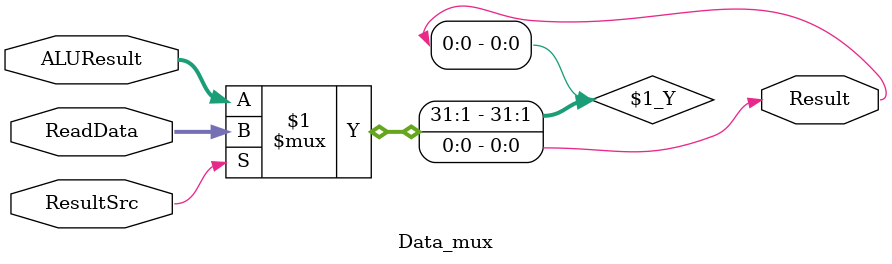
<source format=sv>
module Data_mux (
    input logic[31:0] ReadData,
    input logic[31:0] ALUResult,
    input logic ResultSrc,
    output logic Result
);


    assign Result = (ResultSrc)? ReadData: ALUResult;
    
    
endmodule
</source>
